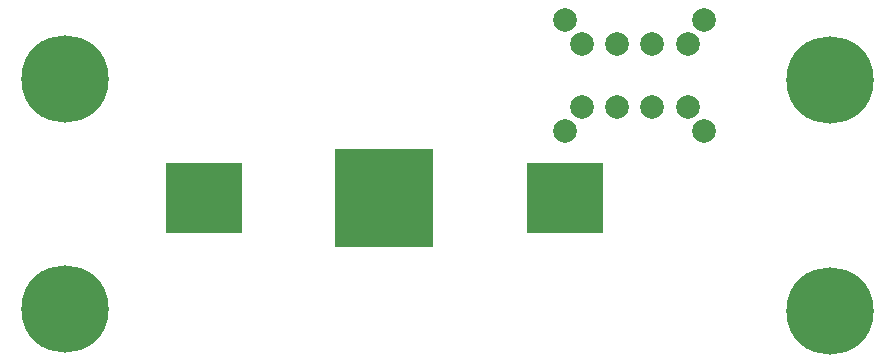
<source format=gbs>
G04 #@! TF.GenerationSoftware,KiCad,Pcbnew,(5.1.0)-1*
G04 #@! TF.CreationDate,2019-05-10T18:55:54+02:00*
G04 #@! TF.ProjectId,currentscaler,63757272-656e-4747-9363-616c65722e6b,rev?*
G04 #@! TF.SameCoordinates,Original*
G04 #@! TF.FileFunction,Soldermask,Bot*
G04 #@! TF.FilePolarity,Negative*
%FSLAX46Y46*%
G04 Gerber Fmt 4.6, Leading zero omitted, Abs format (unit mm)*
G04 Created by KiCad (PCBNEW (5.1.0)-1) date 2019-05-10 18:55:54*
%MOMM*%
%LPD*%
G04 APERTURE LIST*
%ADD10C,2.000000*%
%ADD11C,7.400000*%
%ADD12R,6.400000X5.900000*%
%ADD13R,8.400000X8.400000*%
G04 APERTURE END LIST*
D10*
X145800000Y-103800000D03*
X157600000Y-103800000D03*
X157600000Y-94400000D03*
X145800000Y-94400000D03*
X153200000Y-96450000D03*
X147200000Y-96450000D03*
X150200000Y-96450000D03*
X156200000Y-96450000D03*
X147200000Y-101750000D03*
X150200000Y-101750000D03*
X153200000Y-101750000D03*
X156200000Y-101750000D03*
D11*
X168230000Y-119000000D03*
X168230000Y-99500000D03*
X103460000Y-99390000D03*
X103460000Y-118890000D03*
D12*
X145800000Y-109500000D03*
X115200000Y-109500000D03*
D13*
X130500000Y-109500000D03*
M02*

</source>
